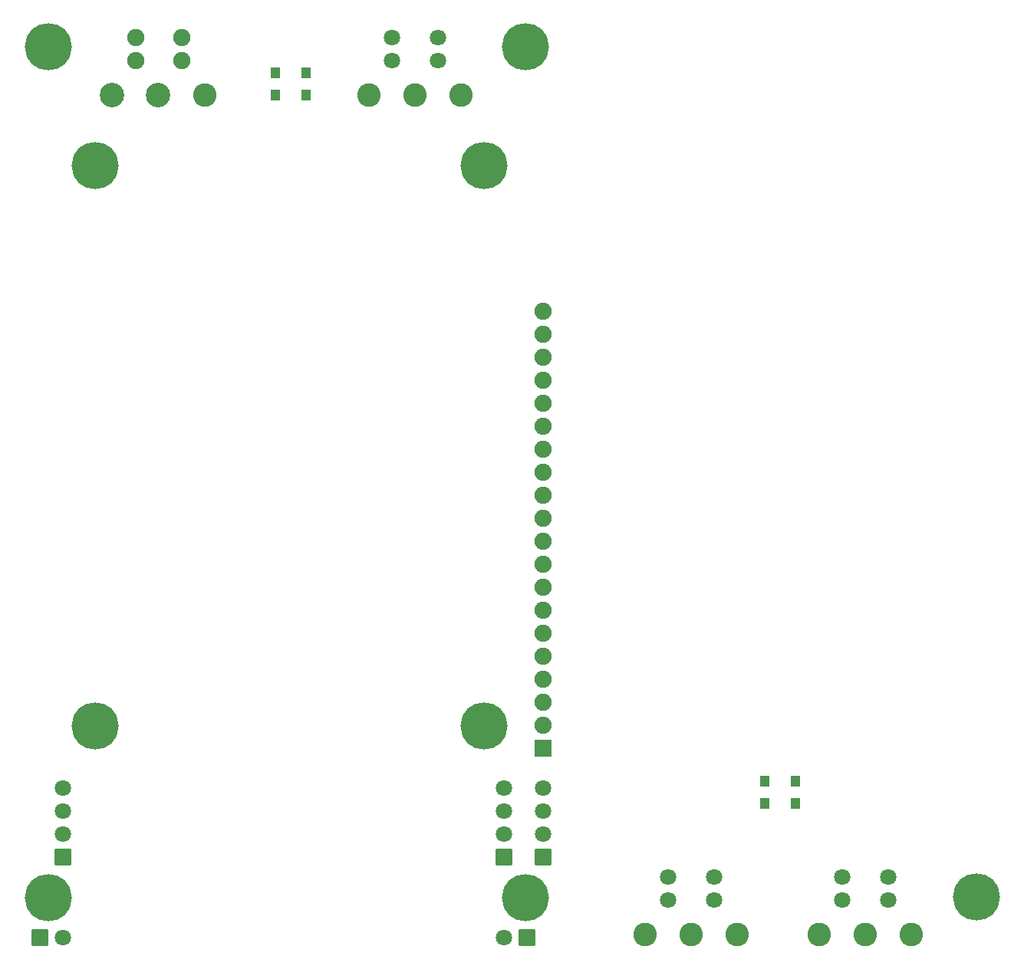
<source format=gbs>
G04 Layer: BottomSolderMaskLayer*
G04 EasyEDA v6.5.29, 2023-07-18 10:18:03*
G04 90495d7994f342159c24a82f0dd90fb3,5a6b42c53f6a479593ecc07194224c93,10*
G04 Gerber Generator version 0.2*
G04 Scale: 100 percent, Rotated: No, Reflected: No *
G04 Dimensions in millimeters *
G04 leading zeros omitted , absolute positions ,4 integer and 5 decimal *
%FSLAX45Y45*%
%MOMM*%

%AMMACRO1*1,1,$1,$2,$3*1,1,$1,$4,$5*1,1,$1,0-$2,0-$3*1,1,$1,0-$4,0-$5*20,1,$1,$2,$3,$4,$5,0*20,1,$1,$4,$5,0-$2,0-$3,0*20,1,$1,0-$2,0-$3,0-$4,0-$5,0*20,1,$1,0-$4,0-$5,$2,$3,0*4,1,4,$2,$3,$4,$5,0-$2,0-$3,0-$4,0-$5,$2,$3,0*%
%ADD10MACRO1,0.1016X-0.475X-0.575X0.475X-0.575*%
%ADD11C,1.9016*%
%ADD12MACRO1,0.1016X0.9X-0.9X0.9X0.9*%
%ADD13MACRO1,0.1016X-0.85X0.85X0.85X0.85*%
%ADD14C,1.8016*%
%ADD15MACRO1,0.1016X0.85X-0.85X-0.85X-0.85*%
%ADD16MACRO1,0.1016X-0.85X-0.85X-0.85X0.85*%
%ADD17C,5.2032*%
%ADD18C,1.9032*%
%ADD19C,2.7032*%
%ADD20C,2.6016*%

%LPD*%
D10*
G01*
X8377842Y2501894D03*
G01*
X8716322Y2501894D03*
G01*
X8377842Y2743194D03*
G01*
X8716322Y2743194D03*
D11*
G01*
X5930900Y7937500D03*
D12*
G01*
X5930886Y3111489D03*
D11*
G01*
X5930900Y3365500D03*
G01*
X5930900Y3619500D03*
G01*
X5930900Y3873500D03*
G01*
X5930900Y4127500D03*
G01*
X5930900Y4381500D03*
G01*
X5930900Y4635500D03*
G01*
X5930900Y4889500D03*
G01*
X5930900Y5143500D03*
G01*
X5930900Y5397500D03*
G01*
X5930900Y5651500D03*
G01*
X5930900Y5905500D03*
G01*
X5930900Y6159500D03*
G01*
X5930900Y6413500D03*
G01*
X5930900Y6667500D03*
G01*
X5930900Y6921500D03*
G01*
X5930900Y7175500D03*
G01*
X5930900Y7429500D03*
G01*
X5930900Y7683500D03*
D10*
G01*
X2980359Y10566400D03*
G01*
X3318840Y10566400D03*
G01*
X2980359Y10325100D03*
G01*
X3318840Y10325100D03*
D13*
G01*
X381001Y1015996D03*
D14*
G01*
X635000Y1016000D03*
D15*
G01*
X5753091Y1015996D03*
D14*
G01*
X5499100Y1016000D03*
D16*
G01*
X635000Y1904993D03*
D14*
G01*
X635000Y2159000D03*
G01*
X635000Y2413000D03*
G01*
X635000Y2667000D03*
D16*
G01*
X5499091Y1904993D03*
D14*
G01*
X5499100Y2159000D03*
G01*
X5499100Y2413000D03*
G01*
X5499100Y2667000D03*
D16*
G01*
X5930888Y1904993D03*
D14*
G01*
X5930900Y2159000D03*
G01*
X5930900Y2413000D03*
G01*
X5930900Y2667000D03*
D17*
G01*
X469900Y10858500D03*
D18*
G01*
X1435100Y10960100D03*
G01*
X1435100Y10706100D03*
G01*
X1943100Y10960100D03*
G01*
X1943100Y10706100D03*
D19*
G01*
X1687093Y10325100D03*
D20*
G01*
X2197100Y10325100D03*
D19*
G01*
X1179093Y10325100D03*
D14*
G01*
X4267200Y10960100D03*
G01*
X4267200Y10706100D03*
G01*
X4775200Y10960100D03*
G01*
X4775200Y10706100D03*
D20*
G01*
X4519193Y10325100D03*
G01*
X5029200Y10325100D03*
G01*
X4011193Y10325100D03*
D17*
G01*
X5737199Y10858500D03*
G01*
X471271Y1460500D03*
G01*
X5737199Y1460500D03*
G01*
X5285206Y9543313D03*
G01*
X990600Y9543313D03*
G01*
X5285206Y3352800D03*
G01*
X990600Y3352800D03*
G01*
X10714888Y1461211D03*
D20*
G01*
X7059168Y1054100D03*
G01*
X8077174Y1054100D03*
G01*
X7567168Y1054100D03*
D14*
G01*
X7823174Y1435100D03*
G01*
X7823174Y1689100D03*
G01*
X7315174Y1435100D03*
G01*
X7315174Y1689100D03*
G01*
X9234881Y1689100D03*
G01*
X9234881Y1435100D03*
G01*
X9742881Y1689100D03*
G01*
X9742881Y1435100D03*
D20*
G01*
X9486874Y1054100D03*
G01*
X9996881Y1054100D03*
G01*
X8978874Y1054100D03*
M02*

</source>
